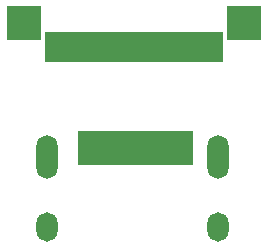
<source format=gbr>
G04 #@! TF.FileFunction,Soldermask,Top*
%FSLAX46Y46*%
G04 Gerber Fmt 4.6, Leading zero omitted, Abs format (unit mm)*
G04 Created by KiCad (PCBNEW 4.0.4-stable) date Tuesday 14 February 2017 01:11:44*
%MOMM*%
%LPD*%
G01*
G04 APERTURE LIST*
%ADD10C,0.100000*%
%ADD11R,1.100000X2.600000*%
%ADD12R,3.000000X3.000000*%
%ADD13O,1.800000X2.500000*%
%ADD14O,1.800000X3.700000*%
%ADD15R,0.700000X3.000000*%
G04 APERTURE END LIST*
D10*
D11*
X168165001Y-109315000D03*
X167165001Y-109315000D03*
X166165001Y-109315000D03*
X165165001Y-109315000D03*
X164165001Y-109315000D03*
X163165001Y-109315000D03*
X162165001Y-109315000D03*
X161165001Y-109315000D03*
X160165001Y-109315000D03*
X159165001Y-109315000D03*
X158165001Y-109315000D03*
X157165001Y-109315000D03*
X156165001Y-109315000D03*
X155165001Y-109315000D03*
X154165001Y-109315000D03*
D12*
X151865001Y-107315000D03*
X170465001Y-107315000D03*
D13*
X153786000Y-124578000D03*
X168286000Y-124578000D03*
D14*
X153786000Y-118618000D03*
X168286000Y-118618000D03*
D15*
X165786000Y-117868000D03*
X165286000Y-117868000D03*
X164786000Y-117868000D03*
X164286000Y-117868000D03*
X163786000Y-117868000D03*
X163286000Y-117868000D03*
X162786000Y-117868000D03*
X162286000Y-117868000D03*
X161786000Y-117868000D03*
X161286000Y-117868000D03*
X160786000Y-117868000D03*
X160286000Y-117868000D03*
X159786000Y-117868000D03*
X159286000Y-117868000D03*
X158786000Y-117868000D03*
X158286000Y-117868000D03*
X157786000Y-117868000D03*
X157286000Y-117868000D03*
X156786000Y-117868000D03*
M02*

</source>
